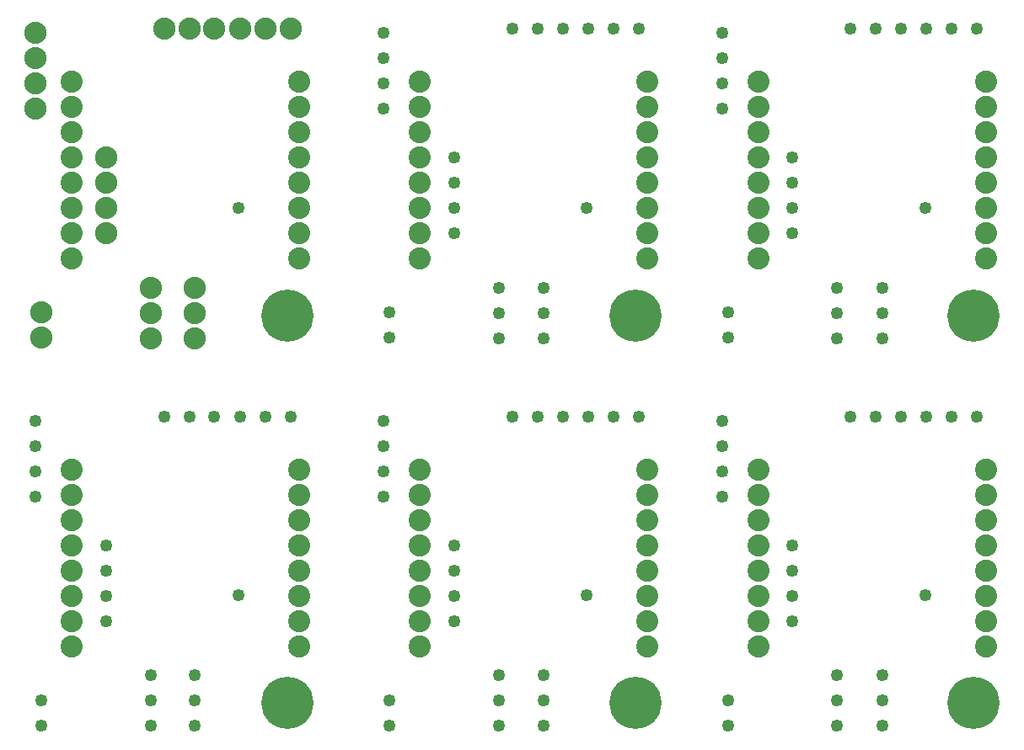
<source format=gbs>
%MOIN*%
%OFA0B0*%
%FSLAX23Y23*%
%IPPOS*%
%LPD*%
%ADD10C,0.088*%
%ADD11C,0.087778*%
%ADD12C,0.20685*%
%ADD13C,0.04937*%
%ADD24C,0.088*%
%ADD25C,0.087778*%
%ADD26C,0.20685*%
%ADD27C,0.04937*%
%ADD28C,0.088*%
%ADD29C,0.087778*%
%ADD30C,0.20685*%
%ADD31C,0.04937*%
%ADD32C,0.088*%
%ADD33C,0.087778*%
%ADD34C,0.20685*%
%ADD35C,0.04937*%
%ADD36C,0.088*%
%ADD37C,0.087778*%
%ADD38C,0.20685*%
%ADD39C,0.04937*%
%ADD40C,0.088*%
%ADD41C,0.087778*%
%ADD42C,0.20685*%
%ADD43C,0.04937*%
G90*
G54D10*
X00000Y02519D02*
X01094Y03817D03*
X00994Y03817D03*
X00894Y03817D03*
X00793Y03817D03*
X00694Y03817D03*
X00594Y03817D03*
X00364Y03007D03*
X00364Y03107D03*
X00364Y03207D03*
X00364Y03307D03*
X00109Y02594D03*
X00109Y02694D03*
X00086Y03501D03*
X00086Y03600D03*
X00086Y03701D03*
X00086Y03801D03*
X00541Y02592D03*
X00541Y02692D03*
X00541Y02792D03*
X00716Y02593D03*
X00716Y02693D03*
X00716Y02793D03*
G54D11*
X01129Y03608D03*
X01129Y03508D03*
X01129Y03408D03*
X01129Y03308D03*
X01129Y03208D03*
X01129Y03108D03*
X01129Y03008D03*
X01129Y02908D03*
X00229Y02908D03*
X00229Y03008D03*
X00229Y03108D03*
X00229Y03208D03*
X00229Y03308D03*
X00229Y03408D03*
X00229Y03508D03*
X00229Y03608D03*
X01129Y03608D03*
X01129Y03508D03*
X01129Y03408D03*
X01129Y03308D03*
X01129Y03208D03*
X01129Y03108D03*
X01129Y03008D03*
X01129Y02908D03*
X00229Y02908D03*
X00229Y03008D03*
X00229Y03108D03*
X00229Y03208D03*
X00229Y03308D03*
X00229Y03408D03*
X00229Y03508D03*
X00229Y03608D03*
G54D12*
X01081Y02683D03*
G54D13*
X00888Y03109D03*
G04 next file*
G04 MADE WITH FRITZING*
G04 WWW.FRITZING.ORG*
G04 DOUBLE SIDED*
G04 HOLES PLATED*
G04 CONTOUR ON CENTER OF CONTOUR VECTOR*
G90*
G04 skipping 70
D24*
X01377Y02519D02*
X02471Y03817D03*
X02371Y03817D03*
X02271Y03817D03*
X02171Y03817D03*
X02071Y03817D03*
X01971Y03817D03*
X01741Y03007D03*
X01741Y03107D03*
X01741Y03207D03*
X01741Y03307D03*
X01487Y02594D03*
X01487Y02694D03*
X01463Y03501D03*
X01463Y03600D03*
X01463Y03701D03*
X01463Y03801D03*
X01918Y02592D03*
X01918Y02692D03*
X01918Y02792D03*
X02095Y02593D03*
X02095Y02693D03*
X02095Y02793D03*
D25*
X02506Y03608D03*
X02506Y03508D03*
X02506Y03408D03*
X02506Y03308D03*
X02506Y03208D03*
X02506Y03108D03*
X02506Y03008D03*
X02506Y02908D03*
X01606Y02908D03*
X01606Y03008D03*
X01606Y03108D03*
X01606Y03208D03*
X01606Y03308D03*
X01606Y03408D03*
X01606Y03508D03*
X01606Y03608D03*
X02506Y03608D03*
X02506Y03508D03*
X02506Y03408D03*
X02506Y03308D03*
X02506Y03208D03*
X02506Y03108D03*
X02506Y03008D03*
X02506Y02908D03*
X01606Y02908D03*
X01606Y03008D03*
X01606Y03108D03*
X01606Y03208D03*
X01606Y03308D03*
X01606Y03408D03*
X01606Y03508D03*
X01606Y03608D03*
D26*
X02458Y02683D03*
D27*
X02265Y03109D03*
G04 End of Mask0*
G04 next file*
G04 MADE WITH FRITZING*
G04 WWW.FRITZING.ORG*
G04 DOUBLE SIDED*
G04 HOLES PLATED*
G04 CONTOUR ON CENTER OF CONTOUR VECTOR*
G90*
G04 skipping 70
D28*
X02716Y02519D02*
X03810Y03817D03*
X03710Y03817D03*
X03610Y03817D03*
X03510Y03817D03*
X03410Y03817D03*
X03310Y03817D03*
X03080Y03007D03*
X03080Y03107D03*
X03080Y03207D03*
X03080Y03307D03*
X02826Y02594D03*
X02826Y02694D03*
X02802Y03501D03*
X02802Y03600D03*
X02802Y03701D03*
X02802Y03801D03*
X03257Y02592D03*
X03257Y02692D03*
X03257Y02792D03*
X03434Y02593D03*
X03434Y02693D03*
X03434Y02793D03*
D29*
X03845Y03608D03*
X03845Y03508D03*
X03845Y03408D03*
X03845Y03308D03*
X03845Y03208D03*
X03845Y03108D03*
X03845Y03008D03*
X03845Y02908D03*
X02945Y02908D03*
X02945Y03008D03*
X02945Y03108D03*
X02945Y03208D03*
X02945Y03308D03*
X02945Y03408D03*
X02945Y03508D03*
X02945Y03608D03*
X03845Y03608D03*
X03845Y03508D03*
X03845Y03408D03*
X03845Y03308D03*
X03845Y03208D03*
X03845Y03108D03*
X03845Y03008D03*
X03845Y02908D03*
X02945Y02908D03*
X02945Y03008D03*
X02945Y03108D03*
X02945Y03208D03*
X02945Y03308D03*
X02945Y03408D03*
X02945Y03508D03*
X02945Y03608D03*
D30*
X03797Y02683D03*
D31*
X03604Y03109D03*
G04 End of Mask0*
G04 next file*
G04 MADE WITH FRITZING*
G04 WWW.FRITZING.ORG*
G04 DOUBLE SIDED*
G04 HOLES PLATED*
G04 CONTOUR ON CENTER OF CONTOUR VECTOR*
G90*
G04 skipping 70
D32*
X00000Y00984D02*
X01094Y02282D03*
X00994Y02282D03*
X00894Y02282D03*
X00793Y02282D03*
X00694Y02282D03*
X00594Y02282D03*
X00364Y01472D03*
X00364Y01572D03*
X00364Y01672D03*
X00364Y01772D03*
X00109Y01059D03*
X00109Y01159D03*
X00086Y01966D03*
X00086Y02066D03*
X00086Y02166D03*
X00086Y02266D03*
X00541Y01057D03*
X00541Y01157D03*
X00541Y01257D03*
X00716Y01058D03*
X00716Y01158D03*
X00716Y01258D03*
D33*
X01129Y02073D03*
X01129Y01973D03*
X01129Y01873D03*
X01129Y01773D03*
X01129Y01673D03*
X01129Y01572D03*
X01129Y01473D03*
X01129Y01372D03*
X00229Y01372D03*
X00229Y01473D03*
X00229Y01572D03*
X00229Y01673D03*
X00229Y01773D03*
X00229Y01873D03*
X00229Y01973D03*
X00229Y02073D03*
X01129Y02073D03*
X01129Y01973D03*
X01129Y01873D03*
X01129Y01773D03*
X01129Y01673D03*
X01129Y01572D03*
X01129Y01473D03*
X01129Y01372D03*
X00229Y01372D03*
X00229Y01473D03*
X00229Y01572D03*
X00229Y01673D03*
X00229Y01773D03*
X00229Y01873D03*
X00229Y01973D03*
X00229Y02073D03*
D34*
X01081Y01149D03*
D35*
X00888Y01575D03*
G04 End of Mask0*
G04 next file*
G04 MADE WITH FRITZING*
G04 WWW.FRITZING.ORG*
G04 DOUBLE SIDED*
G04 HOLES PLATED*
G04 CONTOUR ON CENTER OF CONTOUR VECTOR*
G90*
G04 skipping 70
D36*
X01377Y00984D02*
X02471Y02282D03*
X02371Y02282D03*
X02271Y02282D03*
X02171Y02282D03*
X02071Y02282D03*
X01971Y02282D03*
X01741Y01472D03*
X01741Y01572D03*
X01741Y01672D03*
X01741Y01772D03*
X01487Y01059D03*
X01487Y01159D03*
X01463Y01966D03*
X01463Y02066D03*
X01463Y02166D03*
X01463Y02266D03*
X01918Y01057D03*
X01918Y01157D03*
X01918Y01257D03*
X02095Y01058D03*
X02095Y01158D03*
X02095Y01258D03*
D37*
X02506Y02073D03*
X02506Y01973D03*
X02506Y01873D03*
X02506Y01773D03*
X02506Y01673D03*
X02506Y01572D03*
X02506Y01473D03*
X02506Y01372D03*
X01606Y01372D03*
X01606Y01473D03*
X01606Y01572D03*
X01606Y01673D03*
X01606Y01773D03*
X01606Y01873D03*
X01606Y01973D03*
X01606Y02073D03*
X02506Y02073D03*
X02506Y01973D03*
X02506Y01873D03*
X02506Y01773D03*
X02506Y01673D03*
X02506Y01572D03*
X02506Y01473D03*
X02506Y01372D03*
X01606Y01372D03*
X01606Y01473D03*
X01606Y01572D03*
X01606Y01673D03*
X01606Y01773D03*
X01606Y01873D03*
X01606Y01973D03*
X01606Y02073D03*
D38*
X02458Y01149D03*
D39*
X02265Y01575D03*
G04 End of Mask0*
G04 next file*
G04 MADE WITH FRITZING*
G04 WWW.FRITZING.ORG*
G04 DOUBLE SIDED*
G04 HOLES PLATED*
G04 CONTOUR ON CENTER OF CONTOUR VECTOR*
G90*
G04 skipping 70
D40*
X02716Y00984D02*
X03810Y02282D03*
X03710Y02282D03*
X03610Y02282D03*
X03510Y02282D03*
X03410Y02282D03*
X03310Y02282D03*
X03080Y01472D03*
X03080Y01572D03*
X03080Y01672D03*
X03080Y01772D03*
X02826Y01059D03*
X02826Y01159D03*
X02802Y01966D03*
X02802Y02066D03*
X02802Y02166D03*
X02802Y02266D03*
X03257Y01057D03*
X03257Y01157D03*
X03257Y01257D03*
X03434Y01058D03*
X03434Y01158D03*
X03434Y01258D03*
D41*
X03845Y02073D03*
X03845Y01973D03*
X03845Y01873D03*
X03845Y01773D03*
X03845Y01673D03*
X03845Y01572D03*
X03845Y01473D03*
X03845Y01372D03*
X02945Y01372D03*
X02945Y01473D03*
X02945Y01572D03*
X02945Y01673D03*
X02945Y01773D03*
X02945Y01873D03*
X02945Y01973D03*
X02945Y02073D03*
X03845Y02073D03*
X03845Y01973D03*
X03845Y01873D03*
X03845Y01773D03*
X03845Y01673D03*
X03845Y01572D03*
X03845Y01473D03*
X03845Y01372D03*
X02945Y01372D03*
X02945Y01473D03*
X02945Y01572D03*
X02945Y01673D03*
X02945Y01773D03*
X02945Y01873D03*
X02945Y01973D03*
X02945Y02073D03*
D42*
X03797Y01149D03*
D43*
X03604Y01575D03*
G04 End of Mask0*
M02*
</source>
